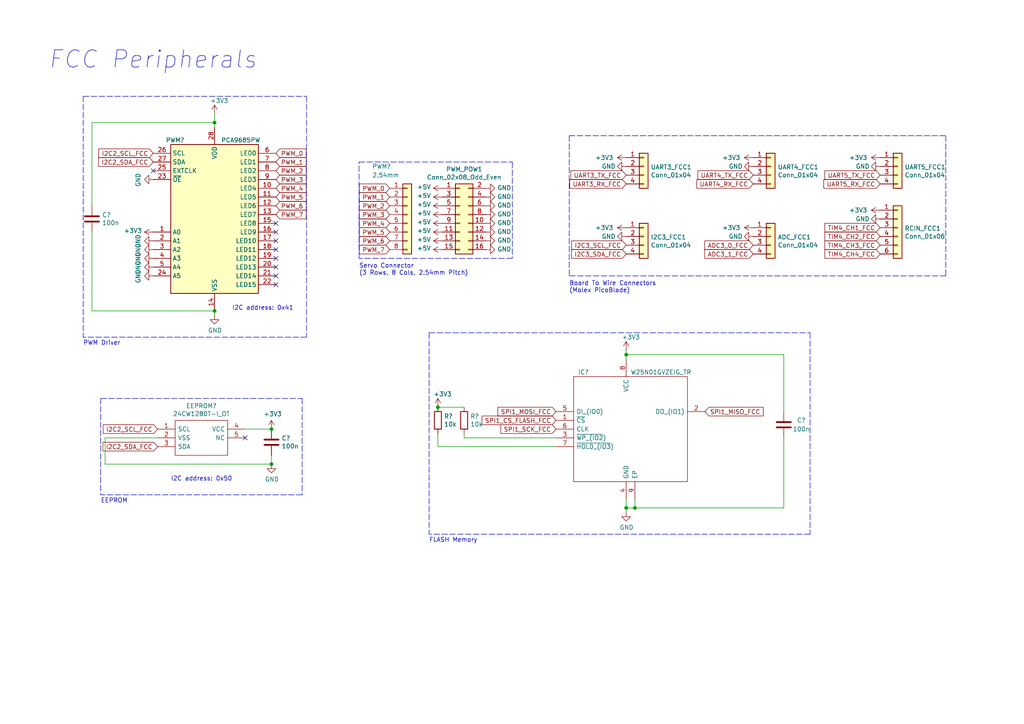
<source format=kicad_sch>
(kicad_sch (version 20231120) (generator "eeschema") (generator_version "8.0")
  (paper "A4")
  (title_block (title "FCC Peripherals") (date "2019-10-27") (rev "0.1"))
  (lib_symbols
    (symbol "24CW1280T-I_OT:24CW1280T-I_OT" (pin_names (offset 0.762))
      (property "Reference" "IC" (at 21.59 7.62 0))
      (property "Value" "24CW1280T-I_OT" (at 21.59 5.08 0))
      (symbol "24CW1280T-I_OT_0_0"
        (pin bidirectional line (at 0 0 0) (length 5.08) (name "SCL") (number "1"))
        (pin bidirectional line (at 0 -2.54 0) (length 5.08) (name "VSS") (number "2"))
        (pin bidirectional line (at 0 -5.08 0) (length 5.08) (name "SDA") (number "3"))
        (pin bidirectional line (at 25.4 0 180) (length 5.08) (name "VCC") (number "4"))
        (pin bidirectional line (at 25.4 -2.54 180) (length 5.08) (name "NC") (number "5"))
      )
      (symbol "24CW1280T-I_OT_0_1"
        (polyline (pts (xy 5.08 2.54) (xy 20.32 2.54) (xy 20.32 -7.62) (xy 5.08 -7.62) (xy 5.08 2.54)) (stroke (width 0.1524)))
      )
    )
    (symbol "Connector_Generic:Conn_01x04" (pin_names (offset 1.016) hide)
      (property "Reference" "J" (at 0 5.08 0))
      (property "Value" "Conn_01x04" (at 0 -7.62 0))
      (symbol "Conn_01x04_1_1"
        (rectangle (start -1.27 -4.953) (end 0 -5.207) (stroke (width 0.1524)))
        (rectangle (start -1.27 -2.413) (end 0 -2.667) (stroke (width 0.1524)))
        (rectangle (start -1.27 0.127) (end 0 -0.127) (stroke (width 0.1524)))
        (rectangle (start -1.27 2.667) (end 0 2.413) (stroke (width 0.1524)))
        (rectangle (start -1.27 3.81) (end 1.27 -6.35) (stroke (width 0.254)) (fill (type background)))
        (pin passive line (at -5.08 2.54 0) (length 3.81) (name "Pin_1") (number "1"))
        (pin passive line (at -5.08 0 0) (length 3.81) (name "Pin_2") (number "2"))
        (pin passive line (at -5.08 -2.54 0) (length 3.81) (name "Pin_3") (number "3"))
        (pin passive line (at -5.08 -5.08 0) (length 3.81) (name "Pin_4") (number "4"))
      )
    )
    (symbol "Connector_Generic:Conn_01x06" (pin_names (offset 1.016) hide)
      (property "Reference" "J" (at 0 7.62 0))
      (property "Value" "Conn_01x06" (at 0 -10.16 0))
      (symbol "Conn_01x06_1_1"
        (rectangle (start -1.27 -7.493) (end 0 -7.747) (stroke (width 0.1524)))
        (rectangle (start -1.27 -4.953) (end 0 -5.207) (stroke (width 0.1524)))
        (rectangle (start -1.27 -2.413) (end 0 -2.667) (stroke (width 0.1524)))
        (rectangle (start -1.27 0.127) (end 0 -0.127) (stroke (width 0.1524)))
        (rectangle (start -1.27 2.667) (end 0 2.413) (stroke (width 0.1524)))
        (rectangle (start -1.27 5.207) (end 0 4.953) (stroke (width 0.1524)))
        (rectangle (start -1.27 6.35) (end 1.27 -8.89) (stroke (width 0.254)) (fill (type background)))
        (pin passive line (at -5.08 5.08 0) (length 3.81) (name "Pin_1") (number "1"))
        (pin passive line (at -5.08 2.54 0) (length 3.81) (name "Pin_2") (number "2"))
        (pin passive line (at -5.08 0 0) (length 3.81) (name "Pin_3") (number "3"))
        (pin passive line (at -5.08 -2.54 0) (length 3.81) (name "Pin_4") (number "4"))
        (pin passive line (at -5.08 -5.08 0) (length 3.81) (name "Pin_5") (number "5"))
        (pin passive line (at -5.08 -7.62 0) (length 3.81) (name "Pin_6") (number "6"))
      )
    )
    (symbol "Connector_Generic:Conn_01x08" (pin_names (offset 1.016) hide)
      (property "Reference" "J" (at 0 10.16 0))
      (property "Value" "Conn_01x08" (at 0 -12.7 0))
      (symbol "Conn_01x08_1_1"
        (rectangle (start -1.27 -10.033) (end 0 -10.287) (stroke (width 0.1524)))
        (rectangle (start -1.27 -7.493) (end 0 -7.747) (stroke (width 0.1524)))
        (rectangle (start -1.27 -4.953) (end 0 -5.207) (stroke (width 0.1524)))
        (rectangle (start -1.27 -2.413) (end 0 -2.667) (stroke (width 0.1524)))
        (rectangle (start -1.27 0.127) (end 0 -0.127) (stroke (width 0.1524)))
        (rectangle (start -1.27 2.667) (end 0 2.413) (stroke (width 0.1524)))
        (rectangle (start -1.27 5.207) (end 0 4.953) (stroke (width 0.1524)))
        (rectangle (start -1.27 7.747) (end 0 7.493) (stroke (width 0.1524)))
        (rectangle (start -1.27 8.89) (end 1.27 -11.43) (stroke (width 0.254)) (fill (type background)))
        (pin passive line (at -5.08 7.62 0) (length 3.81) (name "Pin_1") (number "1"))
        (pin passive line (at -5.08 5.08 0) (length 3.81) (name "Pin_2") (number "2"))
        (pin passive line (at -5.08 2.54 0) (length 3.81) (name "Pin_3") (number "3"))
        (pin passive line (at -5.08 0 0) (length 3.81) (name "Pin_4") (number "4"))
        (pin passive line (at -5.08 -2.54 0) (length 3.81) (name "Pin_5") (number "5"))
        (pin passive line (at -5.08 -5.08 0) (length 3.81) (name "Pin_6") (number "6"))
        (pin passive line (at -5.08 -7.62 0) (length 3.81) (name "Pin_7") (number "7"))
        (pin passive line (at -5.08 -10.16 0) (length 3.81) (name "Pin_8") (number "8"))
      )
    )
    (symbol "Connector_Generic:Conn_02x08_Odd_Even" (pin_names (offset 1.016) hide)
      (property "Reference" "J" (at 1.27 10.16 0))
      (property "Value" "Conn_02x08_Odd_Even" (at 1.27 -12.7 0))
      (symbol "Conn_02x08_Odd_Even_1_1"
        (rectangle (start -1.27 -10.033) (end 0 -10.287) (stroke (width 0.1524)))
        (rectangle (start -1.27 -7.493) (end 0 -7.747) (stroke (width 0.1524)))
        (rectangle (start -1.27 -4.953) (end 0 -5.207) (stroke (width 0.1524)))
        (rectangle (start -1.27 -2.413) (end 0 -2.667) (stroke (width 0.1524)))
        (rectangle (start -1.27 0.127) (end 0 -0.127) (stroke (width 0.1524)))
        (rectangle (start -1.27 2.667) (end 0 2.413) (stroke (width 0.1524)))
        (rectangle (start -1.27 5.207) (end 0 4.953) (stroke (width 0.1524)))
        (rectangle (start -1.27 7.747) (end 0 7.493) (stroke (width 0.1524)))
        (rectangle (start -1.27 8.89) (end 3.81 -11.43) (stroke (width 0.254)) (fill (type background)))
        (rectangle (start 3.81 -10.033) (end 2.54 -10.287) (stroke (width 0.1524)))
        (rectangle (start 3.81 -7.493) (end 2.54 -7.747) (stroke (width 0.1524)))
        (rectangle (start 3.81 -4.953) (end 2.54 -5.207) (stroke (width 0.1524)))
        (rectangle (start 3.81 -2.413) (end 2.54 -2.667) (stroke (width 0.1524)))
        (rectangle (start 3.81 0.127) (end 2.54 -0.127) (stroke (width 0.1524)))
        (rectangle (start 3.81 2.667) (end 2.54 2.413) (stroke (width 0.1524)))
        (rectangle (start 3.81 5.207) (end 2.54 4.953) (stroke (width 0.1524)))
        (rectangle (start 3.81 7.747) (end 2.54 7.493) (stroke (width 0.1524)))
        (pin passive line (at -5.08 7.62 0) (length 3.81) (name "Pin_1") (number "1"))
        (pin passive line (at 7.62 -2.54 180) (length 3.81) (name "Pin_10") (number "10"))
        (pin passive line (at -5.08 -5.08 0) (length 3.81) (name "Pin_11") (number "11"))
        (pin passive line (at 7.62 -5.08 180) (length 3.81) (name "Pin_12") (number "12"))
        (pin passive line (at -5.08 -7.62 0) (length 3.81) (name "Pin_13") (number "13"))
        (pin passive line (at 7.62 -7.62 180) (length 3.81) (name "Pin_14") (number "14"))
        (pin passive line (at -5.08 -10.16 0) (length 3.81) (name "Pin_15") (number "15"))
        (pin passive line (at 7.62 -10.16 180) (length 3.81) (name "Pin_16") (number "16"))
        (pin passive line (at 7.62 7.62 180) (length 3.81) (name "Pin_2") (number "2"))
        (pin passive line (at -5.08 5.08 0) (length 3.81) (name "Pin_3") (number "3"))
        (pin passive line (at 7.62 5.08 180) (length 3.81) (name "Pin_4") (number "4"))
        (pin passive line (at -5.08 2.54 0) (length 3.81) (name "Pin_5") (number "5"))
        (pin passive line (at 7.62 2.54 180) (length 3.81) (name "Pin_6") (number "6"))
        (pin passive line (at -5.08 0 0) (length 3.81) (name "Pin_7") (number "7"))
        (pin passive line (at 7.62 0 180) (length 3.81) (name "Pin_8") (number "8"))
        (pin passive line (at -5.08 -2.54 0) (length 3.81) (name "Pin_9") (number "9"))
      )
    )
    (symbol "Device:C" (pin_numbers hide) (pin_names (offset 0.254))
      (property "Reference" "C" (at 0.635 2.54 0))
      (property "Value" "C" (at 0.635 -2.54 0))
      (symbol "C_0_1"
        (polyline (pts (xy -2.032 -0.762) (xy 2.032 -0.762)) (stroke (width 0.508)))
        (polyline (pts (xy -2.032 0.762) (xy 2.032 0.762)) (stroke (width 0.508)))
      )
      (symbol "C_1_1"
        (pin passive line (at 0 3.81 270) (length 2.794) (name "~") (number "1"))
        (pin passive line (at 0 -3.81 90) (length 2.794) (name "~") (number "2"))
      )
    )
    (symbol "Device:R" (pin_numbers hide) (pin_names (offset 0))
      (property "Reference" "R" (at 2.032 0 90))
      (property "Value" "R" (at 0 0 90))
      (symbol "R_0_1"
        (rectangle (start -1.016 -2.54) (end 1.016 2.54) (stroke (width 0.254)))
      )
      (symbol "R_1_1"
        (pin passive line (at 0 3.81 270) (length 1.27) (name "~") (number "1"))
        (pin passive line (at 0 -3.81 90) (length 1.27) (name "~") (number "2"))
      )
    )
    (symbol "Driver_LED:PCA9685PW"
      (property "Reference" "U" (at -12.7 22.225 0))
      (property "Value" "PCA9685PW" (at 1.27 22.225 0))
      (symbol "PCA9685PW_0_1"
        (rectangle (start -12.7 20.32) (end 12.7 -22.86) (stroke (width 0.254)) (fill (type background)))
      )
      (symbol "PCA9685PW_1_1"
        (pin input line (at -17.78 -5.08 0) (length 5.08) (name "A0") (number "1"))
        (pin output line (at 17.78 7.62 180) (length 5.08) (name "LED4") (number "10"))
        (pin output line (at 17.78 5.08 180) (length 5.08) (name "LED5") (number "11"))
        (pin output line (at 17.78 2.54 180) (length 5.08) (name "LED6") (number "12"))
        (pin output line (at 17.78 0 180) (length 5.08) (name "LED7") (number "13"))
        (pin power_in line (at 0 -27.94 90) (length 5.08) (name "VSS") (number "14"))
        (pin output line (at 17.78 -2.54 180) (length 5.08) (name "LED8") (number "15"))
        (pin output line (at 17.78 -5.08 180) (length 5.08) (name "LED9") (number "16"))
        (pin output line (at 17.78 -7.62 180) (length 5.08) (name "LED10") (number "17"))
        (pin output line (at 17.78 -10.16 180) (length 5.08) (name "LED11") (number "18"))
        (pin output line (at 17.78 -12.7 180) (length 5.08) (name "LED12") (number "19"))
        (pin input line (at -17.78 -7.62 0) (length 5.08) (name "A1") (number "2"))
        (pin output line (at 17.78 -15.24 180) (length 5.08) (name "LED13") (number "20"))
        (pin output line (at 17.78 -17.78 180) (length 5.08) (name "LED14") (number "21"))
        (pin output line (at 17.78 -20.32 180) (length 5.08) (name "LED15") (number "22"))
        (pin input line (at -17.78 10.16 0) (length 5.08) (name "~{OE}") (number "23"))
        (pin input line (at -17.78 -17.78 0) (length 5.08) (name "A5") (number "24"))
        (pin input line (at -17.78 12.7 0) (length 5.08) (name "EXTCLK") (number "25"))
        (pin input line (at -17.78 17.78 0) (length 5.08) (name "SCL") (number "26"))
        (pin bidirectional line (at -17.78 15.24 0) (length 5.08) (name "SDA") (number "27"))
        (pin power_in line (at 0 25.4 270) (length 5.08) (name "VDD") (number "28"))
        (pin input line (at -17.78 -10.16 0) (length 5.08) (name "A2") (number "3"))
        (pin input line (at -17.78 -12.7 0) (length 5.08) (name "A3") (number "4"))
        (pin input line (at -17.78 -15.24 0) (length 5.08) (name "A4") (number "5"))
        (pin output line (at 17.78 17.78 180) (length 5.08) (name "LED0") (number "6"))
        (pin output line (at 17.78 15.24 180) (length 5.08) (name "LED1") (number "7"))
        (pin output line (at 17.78 12.7 180) (length 5.08) (name "LED2") (number "8"))
        (pin output line (at 17.78 10.16 180) (length 5.08) (name "LED3") (number "9"))
      )
    )
    (symbol "Hades-rescue:+3.3V-power" (power) (pin_names (offset 0))
      (property "Value" "power:+3.3V" (at 0 3.556 0))
      (symbol "+3.3V-power_0_1"
        (polyline (pts (xy -0.762 1.27) (xy 0 2.54)))
        (polyline (pts (xy 0 0) (xy 0 2.54)))
        (polyline (pts (xy 0 2.54) (xy 0.762 1.27)))
      )
      (symbol "+3.3V-power_1_1"
        (pin power_in line (at 0 0 90) (length 0) hide (name "+3V3") (number "1"))
      )
    )
    (symbol "Hades-rescue:+3V3-power" (power) (pin_names (offset 0))
      (property "Value" "power:+3V3" (at 0 3.556 0))
      (symbol "+3V3-power_0_1"
        (polyline (pts (xy -0.762 1.27) (xy 0 2.54)))
        (polyline (pts (xy 0 0) (xy 0 2.54)))
        (polyline (pts (xy 0 2.54) (xy 0.762 1.27)))
      )
      (symbol "+3V3-power_1_1"
        (pin power_in line (at 0 0 90) (length 0) hide (name "+3V3") (number "1"))
      )
    )
    (symbol "Hades-rescue:+5V-power" (power) (pin_names (offset 0))
      (property "Value" "power:+5V" (at 0 3.556 0))
      (symbol "+5V-power_0_1"
        (polyline (pts (xy -0.762 1.27) (xy 0 2.54)))
        (polyline (pts (xy 0 0) (xy 0 2.54)))
        (polyline (pts (xy 0 2.54) (xy 0.762 1.27)))
      )
      (symbol "+5V-power_1_1"
        (pin power_in line (at 0 0 90) (length 0) hide (name "+5V") (number "1"))
      )
    )
    (symbol "Hades-rescue:GND-power" (power) (pin_names (offset 0))
      (property "Value" "power:GND" (at 0 -3.81 0))
      (symbol "GND-power_0_1"
        (polyline (pts (xy 0 0) (xy 0 -1.27) (xy 1.27 -1.27) (xy 0 -2.54) (xy -1.27 -1.27) (xy 0 -1.27)))
      )
      (symbol "GND-power_1_1"
        (pin power_in line (at 0 0 270) (length 0) hide (name "GND") (number "1"))
      )
    )
    (symbol "W25N01GVZEIG_TR:W25N01GVZEIG_TR" (pin_names (offset 0.762))
      (property "Reference" "IC" (at 39.37 15.24 0))
      (property "Value" "W25N01GVZEIG_TR" (at 39.37 12.7 0))
      (symbol "W25N01GVZEIG_TR_0_0"
        (pin unspecified line (at 0 -2.54 0) (length 5.08) (name "~{CS}") (number "1"))
        (pin unspecified line (at 43.18 0 180) (length 5.08) (name "DO_(IO1)") (number "2"))
        (pin unspecified line (at 0 -7.62 0) (length 5.08) (name "~{WP_(IO2})") (number "3"))
        (pin unspecified line (at 20.32 -25.4 90) (length 5.08) (name "GND") (number "4"))
        (pin unspecified line (at 0 0 0) (length 5.08) (name "DI_(IO0)") (number "5"))
        (pin unspecified line (at 0 -5.08 0) (length 5.08) (name "CLK") (number "6"))
        (pin unspecified line (at 0 -10.16 0) (length 5.08) (name "~{HOLD_(IO3})") (number "7"))
        (pin unspecified line (at 20.32 15.24 270) (length 5.08) (name "VCC") (number "8"))
        (pin unspecified line (at 22.86 -25.4 90) (length 5.08) (name "EP") (number "9"))
      )
      (symbol "W25N01GVZEIG_TR_0_1"
        (polyline (pts (xy 5.08 10.16) (xy 38.1 10.16) (xy 38.1 -20.32) (xy 5.08 -20.32) (xy 5.08 10.16)) (stroke (width 0.1524)))
      )
    )
  )
  (junction (at 62.23 90.17))
  (junction (at 184.15 147.32))
  (junction (at 78.74 134.62))
  (junction (at 78.74 124.46))
  (junction (at 181.61 147.32))
  (junction (at 62.23 35.56))
  (junction (at 127 118.11))
  (junction (at 181.61 102.87))
  (no_connect (at 80.01 72.39))
  (no_connect (at 71.12 127))
  (no_connect (at 44.45 49.53))
  (no_connect (at 80.01 77.47))
  (no_connect (at 80.01 80.01))
  (no_connect (at 80.01 74.93))
  (no_connect (at 80.01 64.77))
  (no_connect (at 80.01 69.85))
  (no_connect (at 80.01 67.31))
  (no_connect (at 80.01 82.55))
  (polyline (pts (xy 165.1 39.37) (xy 274.32 39.37)) (stroke (width 0) (type dash)))
  (wire (pts (xy 62.23 91.44) (xy 62.23 90.17)))
  (polyline (pts (xy 88.9 27.94) (xy 88.9 97.79)) (stroke (width 0) (type dash)))
  (wire (pts (xy 26.67 59.69) (xy 26.67 35.56)))
  (wire (pts (xy 134.62 127) (xy 134.62 125.73)))
  (wire (pts (xy 30.48 127) (xy 30.48 134.62)))
  (polyline (pts (xy 124.46 96.52) (xy 124.46 154.94)) (stroke (width 0) (type dash)))
  (wire (pts (xy 227.33 119.38) (xy 227.33 102.87)))
  (wire (pts (xy 127 129.54) (xy 161.29 129.54)))
  (wire (pts (xy 181.61 101.6) (xy 181.61 102.87)))
  (wire (pts (xy 62.23 33.02) (xy 62.23 35.56)))
  (wire (pts (xy 30.48 134.62) (xy 78.74 134.62)))
  (wire (pts (xy 62.23 90.17) (xy 26.67 90.17)))
  (polyline (pts (xy 29.21 115.57) (xy 87.63 115.57)) (stroke (width 0) (type dash)))
  (wire (pts (xy 227.33 127) (xy 227.33 147.32)))
  (wire (pts (xy 62.23 35.56) (xy 62.23 36.83)))
  (wire (pts (xy 181.61 102.87) (xy 181.61 104.14)))
  (polyline (pts (xy 104.14 46.99) (xy 148.59 46.99)) (stroke (width 0) (type dash)))
  (polyline (pts (xy 148.59 46.99) (xy 148.59 74.93)) (stroke (width 0) (type dash)))
  (wire (pts (xy 184.15 147.32) (xy 181.61 147.32)))
  (wire (pts (xy 78.74 134.62) (xy 78.74 132.08)))
  (wire (pts (xy 134.62 118.11) (xy 127 118.11)))
  (polyline (pts (xy 274.32 80.01) (xy 165.1 80.01)) (stroke (width 0) (type dash)))
  (wire (pts (xy 127 125.73) (xy 127 129.54)))
  (polyline (pts (xy 148.59 74.93) (xy 104.14 74.93)) (stroke (width 0) (type dash)))
  (polyline (pts (xy 274.32 39.37) (xy 274.32 80.01)) (stroke (width 0) (type dash)))
  (wire (pts (xy 26.67 67.31) (xy 26.67 90.17)))
  (wire (pts (xy 134.62 127) (xy 161.29 127)))
  (polyline (pts (xy 165.1 39.37) (xy 165.1 80.01)) (stroke (width 0) (type dash)))
  (wire (pts (xy 26.67 35.56) (xy 62.23 35.56)))
  (wire (pts (xy 181.61 147.32) (xy 181.61 144.78)))
  (polyline (pts (xy 104.14 74.93) (xy 104.14 46.99)) (stroke (width 0) (type dash)))
  (wire (pts (xy 30.48 127) (xy 45.72 127)))
  (polyline (pts (xy 87.63 143.51) (xy 29.21 143.51)) (stroke (width 0) (type dash)))
  (wire (pts (xy 227.33 102.87) (xy 181.61 102.87)))
  (polyline (pts (xy 24.13 27.94) (xy 88.9 27.94)) (stroke (width 0) (type dash)))
  (polyline (pts (xy 234.95 154.94) (xy 124.46 154.94)) (stroke (width 0) (type dash)))
  (polyline (pts (xy 124.46 96.52) (xy 234.95 96.52)) (stroke (width 0) (type dash)))
  (polyline (pts (xy 87.63 115.57) (xy 87.63 143.51)) (stroke (width 0) (type dash)))
  (wire (pts (xy 71.12 124.46) (xy 78.74 124.46)))
  (polyline (pts (xy 234.95 96.52) (xy 234.95 154.94)) (stroke (width 0) (type dash)))
  (polyline (pts (xy 29.21 115.57) (xy 29.21 143.51)) (stroke (width 0) (type dash)))
  (wire (pts (xy 227.33 147.32) (xy 184.15 147.32)))
  (polyline (pts (xy 88.9 97.79) (xy 24.13 97.79)) (stroke (width 0) (type dash)))
  (wire (pts (xy 181.61 148.59) (xy 181.61 147.32)))
  (wire (pts (xy 184.15 144.78) (xy 184.15 147.32)))
  (polyline (pts (xy 24.13 27.94) (xy 24.13 97.79)) (stroke (width 0) (type dash)))
  (text "I2C address: 0x50" (at 49.53 139.7 0) (effects (font (size 1.27 1.27)) (justify left bottom)))
  (text "PWM Driver" (at 24.13 100.33 0) (effects (font (size 1.27 1.27)) (justify left bottom)))
  (text "Servo Connector\n(3 Rows, 8 Cols, 2.54mm Pitch)" (at 104.14 80.01 0) (effects (font (size 1.27 1.27)) (justify left bottom)))
  (text "Board To Wire Connectors\n(Molex PicoBlade)" (at 165.1 85.09 0) (effects (font (size 1.27 1.27)) (justify left bottom)))
  (text "I2C address: 0x41" (at 67.31 90.17 0) (effects (font (size 1.27 1.27)) (justify left bottom)))
  (text "FCC Peripherals" (at 13.97 20.32 0) (effects (font (size 5.0038 5.0038) (italic yes)) (justify left bottom)))
  (text "EEPROM" (at 29.21 146.05 0) (effects (font (size 1.27 1.27)) (justify left bottom)))
  (text "FLASH Memory" (at 124.46 157.48 0) (effects (font (size 1.27 1.27)) (justify left bottom)))
  (global_label "ADC3_0_FCC" (shape input) (at 218.44 71.12 180) (property "Intersheetrefs" "${INTERSHEET_REFS}" (effects (hide yes))))
  (global_label "ADC3_1_FCC" (shape input) (at 218.44 73.66 180) (property "Intersheetrefs" "${INTERSHEET_REFS}" (effects (hide yes))))
  (global_label "UART3_TX_FCC" (shape input) (at 181.61 50.8 180) (property "Intersheetrefs" "${INTERSHEET_REFS}" (effects (hide yes))))
  (global_label "I2C2_SDA_FCC" (shape input) (at 44.45 46.99 180) (property "Intersheetrefs" "${INTERSHEET_REFS}" (effects (hide yes))))
  (global_label "I2C2_SDA_FCC" (shape input) (at 45.72 129.54 180) (property "Intersheetrefs" "${INTERSHEET_REFS}" (effects (hide yes))))
  (global_label "PWM_4" (shape input) (at 113.03 64.77 180) (property "Intersheetrefs" "${INTERSHEET_REFS}" (effects (hide yes))))
  (global_label "I2C3_SCL_FCC" (shape input) (at 181.61 71.12 180) (property "Intersheetrefs" "${INTERSHEET_REFS}" (effects (hide yes))))
  (global_label "UART5_RX_FCC" (shape input) (at 255.27 53.34 180) (property "Intersheetrefs" "${INTERSHEET_REFS}" (effects (hide yes))))
  (global_label "UART4_TX_FCC" (shape input) (at 218.44 50.8 180) (property "Intersheetrefs" "${INTERSHEET_REFS}" (effects (hide yes))))
  (global_label "I2C2_SCL_FCC" (shape input) (at 44.45 44.45 180) (property "Intersheetrefs" "${INTERSHEET_REFS}" (effects (hide yes))))
  (global_label "SPI1_MOSI_FCC" (shape input) (at 161.29 119.38 180) (property "Intersheetrefs" "${INTERSHEET_REFS}" (effects (hide yes))))
  (global_label "TIM4_CH2_FCC" (shape input) (at 255.27 68.58 180) (property "Intersheetrefs" "${INTERSHEET_REFS}" (effects (hide yes))))
  (global_label "UART4_RX_FCC" (shape input) (at 218.44 53.34 180) (property "Intersheetrefs" "${INTERSHEET_REFS}" (effects (hide yes))))
  (global_label "TIM4_CH1_FCC" (shape input) (at 255.27 66.04 180) (property "Intersheetrefs" "${INTERSHEET_REFS}" (effects (hide yes))))
  (global_label "PWM_0" (shape input) (at 113.03 54.61 180) (property "Intersheetrefs" "${INTERSHEET_REFS}" (effects (hide yes))))
  (global_label "PWM_7" (shape input) (at 113.03 72.39 180) (property "Intersheetrefs" "${INTERSHEET_REFS}" (effects (hide yes))))
  (global_label "PWM_4" (shape input) (at 80.01 54.61 0) (property "Intersheetrefs" "${INTERSHEET_REFS}" (effects (hide yes))))
  (global_label "PWM_5" (shape input) (at 113.03 67.31 180) (property "Intersheetrefs" "${INTERSHEET_REFS}" (effects (hide yes))))
  (global_label "UART5_TX_FCC" (shape input) (at 255.27 50.8 180) (property "Intersheetrefs" "${INTERSHEET_REFS}" (effects (hide yes))))
  (global_label "PWM_2" (shape input) (at 80.01 49.53 0) (property "Intersheetrefs" "${INTERSHEET_REFS}" (effects (hide yes))))
  (global_label "PWM_6" (shape input) (at 113.03 69.85 180) (property "Intersheetrefs" "${INTERSHEET_REFS}" (effects (hide yes))))
  (global_label "PWM_2" (shape input) (at 113.03 59.69 180) (property "Intersheetrefs" "${INTERSHEET_REFS}" (effects (hide yes))))
  (global_label "PWM_5" (shape input) (at 80.01 57.15 0) (property "Intersheetrefs" "${INTERSHEET_REFS}" (effects (hide yes))))
  (global_label "I2C2_SCL_FCC" (shape input) (at 45.72 124.46 180) (property "Intersheetrefs" "${INTERSHEET_REFS}" (effects (hide yes))))
  (global_label "TIM4_CH4_FCC" (shape input) (at 255.27 73.66 180) (property "Intersheetrefs" "${INTERSHEET_REFS}" (effects (hide yes))))
  (global_label "PWM_3" (shape input) (at 113.03 62.23 180) (property "Intersheetrefs" "${INTERSHEET_REFS}" (effects (hide yes))))
  (global_label "PWM_0" (shape input) (at 80.01 44.45 0) (property "Intersheetrefs" "${INTERSHEET_REFS}" (effects (hide yes))))
  (global_label "I2C3_SDA_FCC" (shape input) (at 181.61 73.66 180) (property "Intersheetrefs" "${INTERSHEET_REFS}" (effects (hide yes))))
  (global_label "PWM_1" (shape input) (at 80.01 46.99 0) (property "Intersheetrefs" "${INTERSHEET_REFS}" (effects (hide yes))))
  (global_label "SPI1_SCK_FCC" (shape input) (at 161.29 124.46 180) (property "Intersheetrefs" "${INTERSHEET_REFS}" (effects (hide yes))))
  (global_label "PWM_7" (shape input) (at 80.01 62.23 0) (property "Intersheetrefs" "${INTERSHEET_REFS}" (effects (hide yes))))
  (global_label "UART3_RX_FCC" (shape input) (at 181.61 53.34 180) (property "Intersheetrefs" "${INTERSHEET_REFS}" (effects (hide yes))))
  (global_label "PWM_1" (shape input) (at 113.03 57.15 180) (property "Intersheetrefs" "${INTERSHEET_REFS}" (effects (hide yes))))
  (global_label "TIM4_CH3_FCC" (shape input) (at 255.27 71.12 180) (property "Intersheetrefs" "${INTERSHEET_REFS}" (effects (hide yes))))
  (global_label "PWM_3" (shape input) (at 80.01 52.07 0) (property "Intersheetrefs" "${INTERSHEET_REFS}" (effects (hide yes))))
  (global_label "PWM_6" (shape input) (at 80.01 59.69 0) (property "Intersheetrefs" "${INTERSHEET_REFS}" (effects (hide yes))))
  (global_label "SPI1_CS_FLASH_FCC" (shape input) (at 161.29 121.92 180) (property "Intersheetrefs" "${INTERSHEET_REFS}" (effects (hide yes))))
  (global_label "SPI1_MISO_FCC" (shape input) (at 204.47 119.38 0) (property "Intersheetrefs" "${INTERSHEET_REFS}" (effects (hide yes))))
  (symbol (lib_id "Connector_Generic:Conn_01x04") (at 260.35 48.26 0) (unit 1)
    (property "Reference" "UART5_FCC1" (at 262.382 48.4632 0) (effects (justify left)))
    (property "Value" "Conn_01x04" (at 262.382 50.7746 0) (effects (justify left)))
    (property "Footprint" "Connector_Molex:Molex_PicoBlade_53048-0410_1x04_P1.25mm_Horizontal" (effects (hide yes)))
  )
  (symbol (lib_id "Hades-rescue:GND-power") (at 255.27 48.26 270) (unit 1)
    (property "Reference" "#PWR?" (effects (hide yes)))
    (property "Value" "GND" (at 250.19 48.26 90))
    (instances (project "" (path "" (reference "#PWR?") (unit 1)) (path "" (reference "#PWR?") (unit 1)) (path "" (reference "#PWR0164") (unit 1))))
  )
  (symbol (lib_id "Hades-rescue:+3V3-power") (at 255.27 45.72 90) (unit 1)
    (property "Reference" "#PWR0163" (effects (hide yes)))
    (property "Value" "+3V3" (at 248.92 45.72 90))
    (instances (project "" (path "" (reference "#PWR?") (unit 1)) (path "" (reference "#PWR0163") (unit 1))))
  )
  (symbol (lib_id "Hades-rescue:GND-power") (at 218.44 48.26 270) (unit 1)
    (property "Reference" "#PWR?" (effects (hide yes)))
    (property "Value" "GND" (at 213.36 48.26 90))
    (instances (project "" (path "" (reference "#PWR?") (unit 1)) (path "" (reference "#PWR?") (unit 1)) (path "" (reference "#PWR0100") (unit 1))))
  )
  (symbol (lib_id "Hades-rescue:+3V3-power") (at 218.44 45.72 90) (unit 1)
    (property "Reference" "#PWR099" (effects (hide yes)))
    (property "Value" "+3V3" (at 212.09 45.72 90))
    (instances (project "" (path "" (reference "#PWR?") (unit 1)) (path "" (reference "#PWR099") (unit 1))))
  )
  (symbol (lib_id "Hades-rescue:GND-power") (at 181.61 68.58 270) (unit 1)
    (property "Reference" "#PWR?" (effects (hide yes)))
    (property "Value" "GND" (at 176.53 68.58 90))
    (instances (project "" (path "" (reference "#PWR?") (unit 1)) (path "" (reference "#PWR?") (unit 1)) (path "" (reference "#PWR096") (unit 1))))
  )
  (symbol (lib_id "Hades-rescue:+3V3-power") (at 181.61 66.04 90) (unit 1)
    (property "Reference" "#PWR095" (effects (hide yes)))
    (property "Value" "+3V3" (at 175.26 66.04 90))
    (instances (project "" (path "" (reference "#PWR?") (unit 1)) (path "" (reference "#PWR095") (unit 1))))
  )
  (symbol (lib_id "Hades-rescue:+3V3-power") (at 218.44 66.04 90) (unit 1)
    (property "Reference" "#PWR0101" (effects (hide yes)))
    (property "Value" "+3V3" (at 212.09 66.04 90))
    (instances (project "" (path "" (reference "#PWR?") (unit 1)) (path "" (reference "#PWR0101") (unit 1))))
  )
  (symbol (lib_id "Hades-rescue:GND-power") (at 218.44 68.58 270) (unit 1)
    (property "Reference" "#PWR?" (effects (hide yes)))
    (property "Value" "GND" (at 213.36 68.58 90))
    (instances (project "" (path "" (reference "#PWR?") (unit 1)) (path "" (reference "#PWR?") (unit 1)) (path "" (reference "#PWR0102") (unit 1))))
  )
  (symbol (lib_id "Hades-rescue:+3V3-power") (at 255.27 60.96 90) (unit 1)
    (property "Reference" "#PWR0103" (effects (hide yes)))
    (property "Value" "+3V3" (at 248.92 60.96 90))
    (instances (project "" (path "" (reference "#PWR?") (unit 1)) (path "" (reference "#PWR0103") (unit 1))))
  )
  (symbol (lib_id "Hades-rescue:GND-power") (at 255.27 63.5 270) (unit 1)
    (property "Reference" "#PWR?" (effects (hide yes)))
    (property "Value" "GND" (at 250.19 63.5 90))
    (instances (project "" (path "" (reference "#PWR?") (unit 1)) (path "" (reference "#PWR?") (unit 1)) (path "" (reference "#PWR0104") (unit 1))))
  )
  (symbol (lib_id "Connector_Generic:Conn_02x08_Odd_Even") (at 133.35 62.23 0) (unit 1)
    (property "Reference" "PWM_POW1" (at 134.62 49.0982 0))
    (property "Value" "Conn_02x08_Odd_Even" (at 134.62 51.4096 0))
    (property "Footprint" "Connector_PinHeader_2.54mm:PinHeader_2x08_P2.54mm_Vertical" (effects (hide yes)))
  )
  (symbol (lib_id "Hades-rescue:GND-power") (at 44.45 52.07 270) (unit 1)
    (property "Reference" "#PWR?" (effects (hide yes)))
    (property "Value" "GND" (at 40.0558 52.197 0))
    (instances (project "" (path "" (reference "#PWR?") (unit 1)) (path "" (reference "#PWR?") (unit 1)) (path "" (reference "#PWR052") (unit 1))))
  )
  (symbol (lib_id "Hades-rescue:+3.3V-power") (at 62.23 33.02 0) (unit 1)
    (property "Reference" "#PWR?" (effects (hide yes)))
    (property "Value" "+3V3" (at 60.96 29.21 0) (effects (justify left)))
    (instances (project "" (path "" (reference "#PWR?") (unit 1)) (path "" (reference "#PWR?") (unit 1)) (path "" (reference "#PWR069") (unit 1))))
  )
  (symbol (lib_id "Hades-rescue:GND-power") (at 62.23 91.44 0) (unit 1)
    (property "Reference" "#PWR?" (effects (hide yes)))
    (property "Value" "GND" (at 62.357 95.8342 0))
    (instances (project "" (path "" (reference "#PWR?") (unit 1)) (path "" (reference "#PWR?") (unit 1)) (path "" (reference "#PWR071") (unit 1))))
  )
  (symbol (lib_id "Device:C") (at 26.67 63.5 0) (unit 1)
    (property "Reference" "C?" (at 29.591 62.3316 0) (effects (justify left)))
    (property "Value" "100n" (at 29.591 64.643 0) (effects (justify left)))
    (property "Footprint" "Capacitor_SMD:C_0402_1005Metric" (effects (hide yes)))
    (instances (project "" (path "" (reference "C?") (unit 1)) (path "" (reference "C?") (unit 1)) (path "" (reference "C34") (unit 1))))
  )
  (symbol (lib_id "Hades-rescue:GND-power") (at 44.45 80.01 270) (unit 1)
    (property "Reference" "#PWR?" (effects (hide yes)))
    (property "Value" "GND" (at 40.0558 80.137 0))
    (instances (project "" (path "" (reference "#PWR?") (unit 1)) (path "" (reference "#PWR?") (unit 1)) (path "" (reference "#PWR068") (unit 1))))
  )
  (symbol (lib_id "Hades-rescue:GND-power") (at 44.45 77.47 270) (unit 1)
    (property "Reference" "#PWR?" (effects (hide yes)))
    (property "Value" "GND" (at 40.0558 77.597 0))
    (instances (project "" (path "" (reference "#PWR?") (unit 1)) (path "" (reference "#PWR?") (unit 1)) (path "" (reference "#PWR059") (unit 1))))
  )
  (symbol (lib_id "Hades-rescue:GND-power") (at 44.45 74.93 270) (unit 1)
    (property "Reference" "#PWR?" (effects (hide yes)))
    (property "Value" "GND" (at 40.0558 75.057 0))
    (instances (project "" (path "" (reference "#PWR?") (unit 1)) (path "" (reference "#PWR?") (unit 1)) (path "" (reference "#PWR058") (unit 1))))
  )
  (symbol (lib_id "Hades-rescue:GND-power") (at 44.45 72.39 270) (unit 1)
    (property "Reference" "#PWR?" (effects (hide yes)))
    (property "Value" "GND" (at 40.0558 72.517 0))
    (instances (project "" (path "" (reference "#PWR?") (unit 1)) (path "" (reference "#PWR?") (unit 1)) (path "" (reference "#PWR057") (unit 1))))
  )
  (symbol (lib_id "Hades-rescue:GND-power") (at 44.45 69.85 270) (unit 1)
    (property "Reference" "#PWR?" (effects (hide yes)))
    (property "Value" "GND" (at 40.0558 69.977 0))
    (instances (project "" (path "" (reference "#PWR?") (unit 1)) (path "" (reference "#PWR?") (unit 1)) (path "" (reference "#PWR056") (unit 1))))
  )
  (symbol (lib_id "Driver_LED:PCA9685PW") (at 62.23 62.23 0) (unit 1)
    (property "Reference" "PWM?" (at 50.8 40.64 0))
    (property "Value" "PCA9685PW" (at 69.85 40.64 0))
    (property "Footprint" "Package_SO:TSSOP-28_4.4x9.7mm_P0.65mm" (effects (hide yes)))
    (property "Datasheet" "http://www.nxp.com/documents/data_sheet/PCA9685.pdf" (effects (hide yes)))
    (instances (project "" (path "" (reference "PWM?") (unit 1)) (path "" (reference "PWM?") (unit 1)) (path "" (reference "U2") (unit 1))))
  )
  (symbol (lib_id "Hades-rescue:+3.3V-power") (at 44.45 67.31 90) (unit 1)
    (property "Reference" "#PWR?" (effects (hide yes)))
    (property "Value" "+3V3" (at 41.1988 66.929 90) (effects (justify left)))
    (instances (project "" (path "" (reference "#PWR?") (unit 1)) (path "" (reference "#PWR?") (unit 1)) (path "" (reference "#PWR053") (unit 1))))
  )
  (symbol (lib_id "Connector_Generic:Conn_01x08") (at 118.11 62.23 0) (unit 1)
    (property "Reference" "PWM?" (at 107.95 48.26 0) (effects (justify left)))
    (property "Value" "2.54mm" (at 107.95 50.8 0) (effects (justify left)))
    (property "Footprint" "Connector_PinHeader_2.54mm:PinHeader_1x08_P2.54mm_Vertical" (effects (hide yes)))
    (instances (project "" (path "" (reference "PWM?") (unit 1)) (path "" (reference "PWM?") (unit 1)) (path "" (reference "PWM_SIG1") (unit 1))))
  )
  (symbol (lib_id "Hades-rescue:+5V-power") (at 128.27 54.61 90) (unit 1)
    (property "Reference" "#PWR?" (effects (hide yes)))
    (property "Value" "+5V" (at 125.0188 54.229 90) (effects (justify left)))
    (instances (project "" (path "" (reference "#PWR?") (unit 1)) (path "" (reference "#PWR?") (unit 1)) (path "" (reference "#PWR077") (unit 1))))
  )
  (symbol (lib_id "Hades-rescue:+5V-power") (at 128.27 57.15 90) (unit 1)
    (property "Reference" "#PWR?" (effects (hide yes)))
    (property "Value" "+5V" (at 125.0188 56.769 90) (effects (justify left)))
    (instances (project "" (path "" (reference "#PWR?") (unit 1)) (path "" (reference "#PWR?") (unit 1)) (path "" (reference "#PWR078") (unit 1))))
  )
  (symbol (lib_id "Hades-rescue:+5V-power") (at 128.27 59.69 90) (unit 1)
    (property "Reference" "#PWR?" (effects (hide yes)))
    (property "Value" "+5V" (at 125.0188 59.309 90) (effects (justify left)))
    (instances (project "" (path "" (reference "#PWR?") (unit 1)) (path "" (reference "#PWR?") (unit 1)) (path "" (reference "#PWR079") (unit 1))))
  )
  (symbol (lib_id "Hades-rescue:+5V-power") (at 128.27 62.23 90) (unit 1)
    (property "Reference" "#PWR?" (effects (hide yes)))
    (property "Value" "+5V" (at 125.0188 61.849 90) (effects (justify left)))
    (instances (project "" (path "" (reference "#PWR?") (unit 1)) (path "" (reference "#PWR?") (unit 1)) (path "" (reference "#PWR080") (unit 1))))
  )
  (symbol (lib_id "Hades-rescue:+5V-power") (at 128.27 64.77 90) (unit 1)
    (property "Reference" "#PWR?" (effects (hide yes)))
    (property "Value" "+5V" (at 125.0188 64.389 90) (effects (justify left)))
    (instances (project "" (path "" (reference "#PWR?") (unit 1)) (path "" (reference "#PWR?") (unit 1)) (path "" (reference "#PWR081") (unit 1))))
  )
  (symbol (lib_id "Hades-rescue:+5V-power") (at 128.27 67.31 90) (unit 1)
    (property "Reference" "#PWR?" (effects (hide yes)))
    (property "Value" "+5V" (at 125.0188 66.929 90) (effects (justify left)))
    (instances (project "" (path "" (reference "#PWR?") (unit 1)) (path "" (reference "#PWR?") (unit 1)) (path "" (reference "#PWR082") (unit 1))))
  )
  (symbol (lib_id "Hades-rescue:+5V-power") (at 128.27 69.85 90) (unit 1)
    (property "Reference" "#PWR?" (effects (hide yes)))
    (property "Value" "+5V" (at 125.0188 69.469 90) (effects (justify left)))
    (instances (project "" (path "" (reference "#PWR?") (unit 1)) (path "" (reference "#PWR?") (unit 1)) (path "" (reference "#PWR083") (unit 1))))
  )
  (symbol (lib_id "Hades-rescue:+5V-power") (at 128.27 72.39 90) (unit 1)
    (property "Reference" "#PWR?" (effects (hide yes)))
    (property "Value" "+5V" (at 125.0188 72.009 90) (effects (justify left)))
    (instances (project "" (path "" (reference "#PWR?") (unit 1)) (path "" (reference "#PWR?") (unit 1)) (path "" (reference "#PWR084") (unit 1))))
  )
  (symbol (lib_id "Hades-rescue:GND-power") (at 140.97 54.61 90) (unit 1)
    (property "Reference" "#PWR?" (effects (hide yes)))
    (property "Value" "GND" (at 144.2212 54.483 90) (effects (justify right)))
    (instances (project "" (path "" (reference "#PWR?") (unit 1)) (path "" (reference "#PWR?") (unit 1)) (path "" (reference "#PWR085") (unit 1))))
  )
  (symbol (lib_id "Hades-rescue:GND-power") (at 140.97 57.15 90) (unit 1)
    (property "Reference" "#PWR?" (effects (hide yes)))
    (property "Value" "GND" (at 144.2212 57.023 90) (effects (justify right)))
    (instances (project "" (path "" (reference "#PWR?") (unit 1)) (path "" (reference "#PWR?") (unit 1)) (path "" (reference "#PWR086") (unit 1))))
  )
  (symbol (lib_id "Hades-rescue:GND-power") (at 140.97 59.69 90) (unit 1)
    (property "Reference" "#PWR?" (effects (hide yes)))
    (property "Value" "GND" (at 144.2212 59.563 90) (effects (justify right)))
    (instances (project "" (path "" (reference "#PWR?") (unit 1)) (path "" (reference "#PWR?") (unit 1)) (path "" (reference "#PWR087") (unit 1))))
  )
  (symbol (lib_id "Hades-rescue:GND-power") (at 140.97 62.23 90) (unit 1)
    (property "Reference" "#PWR?" (effects (hide yes)))
    (property "Value" "GND" (at 144.2212 62.103 90) (effects (justify right)))
    (instances (project "" (path "" (reference "#PWR?") (unit 1)) (path "" (reference "#PWR?") (unit 1)) (path "" (reference "#PWR088") (unit 1))))
  )
  (symbol (lib_id "Hades-rescue:GND-power") (at 140.97 64.77 90) (unit 1)
    (property "Reference" "#PWR?" (effects (hide yes)))
    (property "Value" "GND" (at 144.2212 64.643 90) (effects (justify right)))
    (instances (project "" (path "" (reference "#PWR?") (unit 1)) (path "" (reference "#PWR?") (unit 1)) (path "" (reference "#PWR089") (unit 1))))
  )
  (symbol (lib_id "Hades-rescue:GND-power") (at 140.97 67.31 90) (unit 1)
    (property "Reference" "#PWR?" (effects (hide yes)))
    (property "Value" "GND" (at 144.2212 67.183 90) (effects (justify right)))
    (instances (project "" (path "" (reference "#PWR?") (unit 1)) (path "" (reference "#PWR?") (unit 1)) (path "" (reference "#PWR090") (unit 1))))
  )
  (symbol (lib_id "Hades-rescue:GND-power") (at 140.97 69.85 90) (unit 1)
    (property "Reference" "#PWR?" (effects (hide yes)))
    (property "Value" "GND" (at 144.2212 69.723 90) (effects (justify right)))
    (instances (project "" (path "" (reference "#PWR?") (unit 1)) (path "" (reference "#PWR?") (unit 1)) (path "" (reference "#PWR091") (unit 1))))
  )
  (symbol (lib_id "Hades-rescue:GND-power") (at 140.97 72.39 90) (unit 1)
    (property "Reference" "#PWR?" (effects (hide yes)))
    (property "Value" "GND" (at 144.2212 72.263 90) (effects (justify right)))
    (instances (project "" (path "" (reference "#PWR?") (unit 1)) (path "" (reference "#PWR?") (unit 1)) (path "" (reference "#PWR092") (unit 1))))
  )
  (symbol (lib_id "24CW1280T-I_OT:24CW1280T-I_OT") (at 45.72 124.46 0) (unit 1)
    (property "Reference" "EEPROM?" (at 58.42 117.729 0))
    (property "Value" "24CW1280T-I_OT" (at 58.42 120.0404 0))
    (property "Footprint" "24CW1280T-I_OT:SOT95P280X145-5N" (effects (hide yes)))
    (property "Datasheet" "http://ww1.microchip.com/downloads/en/DeviceDoc/24CW16X-24CW32X-24CW64X-24CW128X-Data-Sheet-20005772B.pdf" (effects (hide yes)))
    (property "Description" "MICROCHIP - 24CW1280T-I/OT - EEPROM, 128KBIT, -40 TO 85DEG C" (effects (hide yes)))
    (property "Height" "1.45" (effects (hide yes)))
    (property "Manufacturer_Name" "Microchip" (effects (hide yes)))
    (property "Manufacturer_Part_Number" "24CW1280T-I/OT" (effects (hide yes)))
    (property "Mouser Part Number" "579-24CW1280T-I/OT" (effects (hide yes)))
    (property "Mouser Price/Stock" "https://www.mouser.com/Search/Refine.aspx?Keyword=579-24CW1280T-I%2FOT" (effects (hide yes)))
    (property "RS Part Number" "1871851" (effects (hide yes)))
    (property "RS Price/Stock" "http://uk.rs-online.com/web/p/products/1871851" (effects (hide yes)))
    (instances (project "" (path "" (reference "EEPROM?") (unit 1)) (path "" (reference "EEPROM?") (unit 1)) (path "" (reference "U3") (unit 1))))
  )
  (symbol (lib_id "Device:C") (at 78.74 128.27 0) (unit 1)
    (property "Reference" "C?" (at 81.661 127.1016 0) (effects (justify left)))
    (property "Value" "100n" (at 81.661 129.413 0) (effects (justify left)))
    (property "Footprint" "Capacitor_SMD:C_0402_1005Metric" (effects (hide yes)))
    (instances (project "" (path "" (reference "C?") (unit 1)) (path "" (reference "C?") (unit 1)) (path "" (reference "C35") (unit 1))))
  )
  (symbol (lib_id "Hades-rescue:+3.3V-power") (at 78.74 124.46 0) (unit 1)
    (property "Reference" "#PWR?" (effects (hide yes)))
    (property "Value" "+3V3" (at 79.121 120.0658 0))
    (instances (project "" (path "" (reference "#PWR?") (unit 1)) (path "" (reference "#PWR?") (unit 1)) (path "" (reference "#PWR074") (unit 1))))
  )
  (symbol (lib_id "Hades-rescue:GND-power") (at 78.74 134.62 0) (unit 1)
    (property "Reference" "#PWR?" (effects (hide yes)))
    (property "Value" "GND" (at 78.867 139.0142 0))
    (instances (project "" (path "" (reference "#PWR?") (unit 1)) (path "" (reference "#PWR?") (unit 1)) (path "" (reference "#PWR075") (unit 1))))
  )
  (symbol (lib_id "W25N01GVZEIG_TR:W25N01GVZEIG_TR") (at 161.29 119.38 0) (unit 1)
    (property "Reference" "IC?" (at 167.64 107.95 0) (effects (justify left)))
    (property "Value" "W25N01GVZEIG_TR" (at 182.88 107.95 0) (effects (justify left)))
    (property "Footprint" "W25N01GVZEIG_TR:SON127P800X600X80-9N-D" (effects (hide yes)))
    (property "Datasheet" "https://www.winbond.com/resource-files/w25n01gv revg 032116.pdf" (effects (hide yes)))
    (property "Description" "IC FLASH 1GBIT 104MHZ 8WSON" (effects (hide yes)))
    (property "Height" "0.8" (effects (hide yes)))
    (property "Manufacturer_Name" "Winbond" (effects (hide yes)))
    (property "Manufacturer_Part_Number" "W25N01GVZEIG TR" (effects (hide yes)))
    (property "Mouser Part Number" "454-W25N01GVZEIGTR" (effects (hide yes)))
    (property "Mouser Price/Stock" "https://www.mouser.com/Search/Refine.aspx?Keyword=454-W25N01GVZEIGTR" (effects (hide yes)))
    (instances (project "" (path "" (reference "IC?") (unit 1)) (path "" (reference "IC?") (unit 1)) (path "" (reference "U4") (unit 1))))
  )
  (symbol (lib_id "Hades-rescue:+3.3V-power") (at 181.61 101.6 0) (unit 1)
    (property "Reference" "#PWR?" (effects (hide yes)))
    (property "Value" "+3V3" (at 180.34 97.79 0) (effects (justify left)))
    (instances (project "" (path "" (reference "#PWR?") (unit 1)) (path "" (reference "#PWR?") (unit 1)) (path "" (reference "#PWR097") (unit 1))))
  )
  (symbol (lib_id "Device:R") (at 134.62 121.92 0) (unit 1)
    (property "Reference" "R?" (at 136.398 120.7516 0) (effects (justify left)))
    (property "Value" "10k" (at 136.398 123.063 0) (effects (justify left)))
    (property "Footprint" "Resistor_SMD:R_0402_1005Metric" (effects (hide yes)))
    (instances (project "" (path "" (reference "R?") (unit 1)) (path "" (reference "R?") (unit 1)) (path "" (reference "R25") (unit 1))))
  )
  (symbol (lib_id "Device:R") (at 127 121.92 0) (unit 1)
    (property "Reference" "R?" (at 128.778 120.7516 0) (effects (justify left)))
    (property "Value" "10k" (at 128.778 123.063 0) (effects (justify left)))
    (property "Footprint" "Resistor_SMD:R_0402_1005Metric" (effects (hide yes)))
    (instances (project "" (path "" (reference "R?") (unit 1)) (path "" (reference "R?") (unit 1)) (path "" (reference "R24") (unit 1))))
  )
  (symbol (lib_id "Hades-rescue:GND-power") (at 181.61 148.59 0) (unit 1)
    (property "Reference" "#PWR?" (effects (hide yes)))
    (property "Value" "GND" (at 181.737 152.9842 0))
    (instances (project "" (path "" (reference "#PWR?") (unit 1)) (path "" (reference "#PWR?") (unit 1)) (path "" (reference "#PWR098") (unit 1))))
  )
  (symbol (lib_id "Device:C") (at 227.33 123.19 180) (unit 1)
    (property "Reference" "C?" (at 232.41 121.92 0))
    (property "Value" "100n" (at 232.41 124.46 0))
    (property "Footprint" "Capacitor_SMD:C_0402_1005Metric" (effects (hide yes)))
    (instances (project "" (path "" (reference "C?") (unit 1)) (path "" (reference "C?") (unit 1)) (path "" (reference "C36") (unit 1))))
  )
  (symbol (lib_id "Connector_Generic:Conn_01x04") (at 186.69 48.26 0) (unit 1)
    (property "Reference" "UART3_FCC1" (at 188.722 48.4632 0) (effects (justify left)))
    (property "Value" "Conn_01x04" (at 188.722 50.7746 0) (effects (justify left)))
    (property "Footprint" "Connector_Molex:Molex_PicoBlade_53048-0410_1x04_P1.25mm_Horizontal" (effects (hide yes)))
  )
  (symbol (lib_id "Hades-rescue:+3V3-power") (at 181.61 45.72 90) (unit 1)
    (property "Reference" "#PWR093" (effects (hide yes)))
    (property "Value" "+3V3" (at 175.26 45.72 90))
    (instances (project "" (path "" (reference "#PWR?") (unit 1)) (path "" (reference "#PWR093") (unit 1))))
  )
  (symbol (lib_id "Hades-rescue:GND-power") (at 181.61 48.26 270) (unit 1)
    (property "Reference" "#PWR?" (effects (hide yes)))
    (property "Value" "GND" (at 176.53 48.26 90))
    (instances (project "" (path "" (reference "#PWR?") (unit 1)) (path "" (reference "#PWR?") (unit 1)) (path "" (reference "#PWR094") (unit 1))))
  )
  (symbol (lib_id "Connector_Generic:Conn_01x04") (at 223.52 48.26 0) (unit 1)
    (property "Reference" "UART4_FCC1" (at 225.552 48.4632 0) (effects (justify left)))
    (property "Value" "Conn_01x04" (at 225.552 50.7746 0) (effects (justify left)))
    (property "Footprint" "Connector_Molex:Molex_PicoBlade_53048-0410_1x04_P1.25mm_Horizontal" (effects (hide yes)))
  )
  (symbol (lib_id "Connector_Generic:Conn_01x04") (at 186.69 68.58 0) (unit 1)
    (property "Reference" "I2C3_FCC1" (at 188.722 68.7832 0) (effects (justify left)))
    (property "Value" "Conn_01x04" (at 188.722 71.0946 0) (effects (justify left)))
    (property "Footprint" "Connector_Molex:Molex_PicoBlade_53048-0410_1x04_P1.25mm_Horizontal" (effects (hide yes)))
  )
  (symbol (lib_id "Connector_Generic:Conn_01x04") (at 223.52 68.58 0) (unit 1)
    (property "Reference" "ADC_FCC1" (at 225.552 68.7832 0) (effects (justify left)))
    (property "Value" "Conn_01x04" (at 225.552 71.0946 0) (effects (justify left)))
    (property "Footprint" "Connector_Molex:Molex_PicoBlade_53048-0410_1x04_P1.25mm_Horizontal" (effects (hide yes)))
  )
  (symbol (lib_id "Connector_Generic:Conn_01x06") (at 260.35 66.04 0) (unit 1)
    (property "Reference" "RCIN_FCC1" (at 262.382 66.2432 0) (effects (justify left)))
    (property "Value" "Conn_01x06" (at 262.382 68.5546 0) (effects (justify left)))
    (property "Footprint" "Connector_Molex:Molex_PicoBlade_53048-0610_1x06_P1.25mm_Horizontal" (effects (hide yes)))
  )
  (symbol (lib_id "Hades-rescue:+3.3V-power") (at 127 118.11 0) (unit 1)
    (property "Reference" "#PWR?" (effects (hide yes)))
    (property "Value" "+3V3" (at 125.73 114.3 0) (effects (justify left)))
    (instances (project "" (path "" (reference "#PWR?") (unit 1)) (path "" (reference "#PWR?") (unit 1)) (path "" (reference "#PWR076") (unit 1))))
  )
)
</source>
